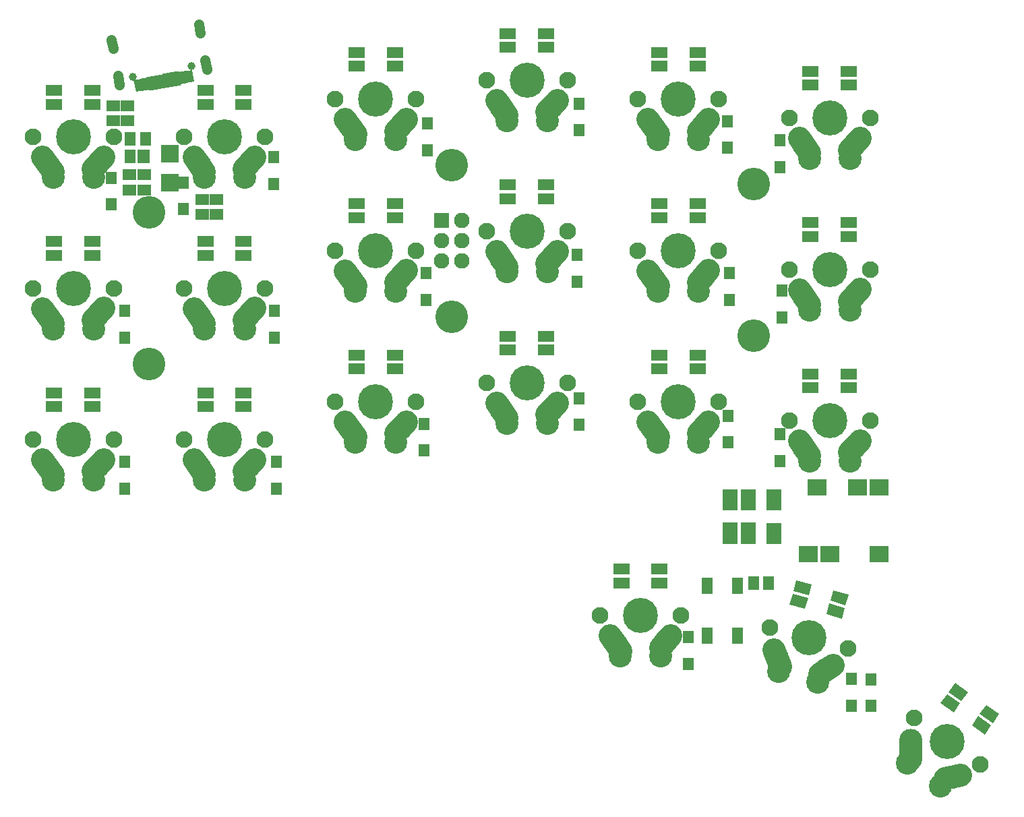
<source format=gbs>
G04 #@! TF.GenerationSoftware,KiCad,Pcbnew,(5.0.0)*
G04 #@! TF.CreationDate,2019-01-14T15:32:29+09:00*
G04 #@! TF.ProjectId,kp21,6B7032312E6B696361645F7063620000,rev?*
G04 #@! TF.SameCoordinates,Original*
G04 #@! TF.FileFunction,Soldermask,Bot*
G04 #@! TF.FilePolarity,Negative*
%FSLAX46Y46*%
G04 Gerber Fmt 4.6, Leading zero omitted, Abs format (unit mm)*
G04 Created by KiCad (PCBNEW (5.0.0)) date 01/14/19 15:32:29*
%MOMM*%
%LPD*%
G01*
G04 APERTURE LIST*
%ADD10C,2.900000*%
%ADD11C,2.900000*%
%ADD12C,2.100000*%
%ADD13C,4.400000*%
%ADD14O,2.900000X5.200000*%
%ADD15R,0.700000X0.600000*%
%ADD16C,0.700000*%
%ADD17C,0.100000*%
%ADD18C,1.000000*%
%ADD19C,1.300000*%
%ADD20C,1.300000*%
%ADD21C,1.950000*%
%ADD22R,1.950000X1.950000*%
%ADD23R,1.400000X2.100000*%
%ADD24R,1.700000X1.400000*%
%ADD25R,1.400000X1.700000*%
%ADD26R,2.200000X2.200000*%
%ADD27R,1.400000X1.800000*%
%ADD28R,1.600000X1.800000*%
%ADD29R,1.900000X1.400000*%
%ADD30R,2.000000X1.400000*%
%ADD31C,1.400000*%
%ADD32C,4.100000*%
%ADD33R,1.350000X1.500000*%
%ADD34R,2.400000X2.150000*%
G04 APERTURE END LIST*
D10*
G04 #@! TO.C,SW17*
X188660000Y-89020000D03*
D11*
X187990869Y-89763145D02*
X189329131Y-88276855D01*
D10*
X182340000Y-89230000D03*
D11*
X182999613Y-90172025D02*
X181680387Y-88287975D01*
D12*
X180420000Y-85750000D03*
X190580000Y-85750000D03*
D13*
X185500000Y-85750000D03*
D10*
X182960000Y-90830000D03*
X188040000Y-90830000D03*
G04 #@! TD*
G04 #@! TO.C,SW18*
X204091063Y-119383932D03*
D11*
X203252392Y-119928571D02*
X204929734Y-118839293D01*
D10*
X197932060Y-117951040D03*
D11*
X198325383Y-119031687D02*
X197538737Y-116870393D01*
D12*
X196978173Y-114092685D03*
X206791979Y-116722287D03*
D13*
X201885076Y-115407486D03*
D10*
X198116824Y-119656989D03*
X203023727Y-120971790D03*
G04 #@! TD*
G04 #@! TO.C,SW2*
X112660000Y-55770000D03*
D11*
X111990869Y-56513145D02*
X113329131Y-55026855D01*
D10*
X106340000Y-55980000D03*
D11*
X106999613Y-56922025D02*
X105680387Y-55037975D01*
D12*
X104420000Y-52500000D03*
X114580000Y-52500000D03*
D13*
X109500000Y-52500000D03*
D10*
X106960000Y-57580000D03*
X112040000Y-57580000D03*
G04 #@! TD*
G04 #@! TO.C,SW3*
X112660000Y-74770000D03*
D11*
X111990869Y-75513145D02*
X113329131Y-74026855D01*
D10*
X106340000Y-74980000D03*
D11*
X106999613Y-75922025D02*
X105680387Y-74037975D01*
D12*
X104420000Y-71500000D03*
X114580000Y-71500000D03*
D13*
X109500000Y-71500000D03*
D10*
X106960000Y-76580000D03*
X112040000Y-76580000D03*
G04 #@! TD*
G04 #@! TO.C,SW4*
X112660000Y-93770000D03*
D11*
X111990869Y-94513145D02*
X113329131Y-93026855D01*
D10*
X106340000Y-93980000D03*
D11*
X106999613Y-94922025D02*
X105680387Y-93037975D01*
D12*
X104420000Y-90500000D03*
X114580000Y-90500000D03*
D13*
X109500000Y-90500000D03*
D10*
X106960000Y-95580000D03*
X112040000Y-95580000D03*
G04 #@! TD*
G04 #@! TO.C,SW5*
X131660000Y-55770000D03*
D11*
X130990869Y-56513145D02*
X132329131Y-55026855D01*
D10*
X125340000Y-55980000D03*
D11*
X125999613Y-56922025D02*
X124680387Y-55037975D01*
D12*
X123420000Y-52500000D03*
X133580000Y-52500000D03*
D13*
X128500000Y-52500000D03*
D10*
X125960000Y-57580000D03*
X131040000Y-57580000D03*
G04 #@! TD*
G04 #@! TO.C,SW6*
X131660000Y-74770000D03*
D11*
X130990869Y-75513145D02*
X132329131Y-74026855D01*
D10*
X125340000Y-74980000D03*
D11*
X125999613Y-75922025D02*
X124680387Y-74037975D01*
D12*
X123420000Y-71500000D03*
X133580000Y-71500000D03*
D13*
X128500000Y-71500000D03*
D10*
X125960000Y-76580000D03*
X131040000Y-76580000D03*
G04 #@! TD*
G04 #@! TO.C,SW7*
X131660000Y-93770000D03*
D11*
X130990869Y-94513145D02*
X132329131Y-93026855D01*
D10*
X125340000Y-93980000D03*
D11*
X125999613Y-94922025D02*
X124680387Y-93037975D01*
D12*
X123420000Y-90500000D03*
X133580000Y-90500000D03*
D13*
X128500000Y-90500000D03*
D10*
X125960000Y-95580000D03*
X131040000Y-95580000D03*
G04 #@! TD*
G04 #@! TO.C,SW8*
X150660000Y-51020000D03*
D11*
X149990869Y-51763145D02*
X151329131Y-50276855D01*
D10*
X144340000Y-51230000D03*
D11*
X144999613Y-52172025D02*
X143680387Y-50287975D01*
D12*
X142420000Y-47750000D03*
X152580000Y-47750000D03*
D13*
X147500000Y-47750000D03*
D10*
X144960000Y-52830000D03*
X150040000Y-52830000D03*
G04 #@! TD*
G04 #@! TO.C,SW9*
X150660000Y-70020000D03*
D11*
X149990869Y-70763145D02*
X151329131Y-69276855D01*
D10*
X144340000Y-70230000D03*
D11*
X144999613Y-71172025D02*
X143680387Y-69287975D01*
D12*
X142420000Y-66750000D03*
X152580000Y-66750000D03*
D13*
X147500000Y-66750000D03*
D10*
X144960000Y-71830000D03*
X150040000Y-71830000D03*
G04 #@! TD*
G04 #@! TO.C,SW10*
X150660000Y-89020000D03*
D11*
X149990869Y-89763145D02*
X151329131Y-88276855D01*
D10*
X144340000Y-89230000D03*
D11*
X144999613Y-90172025D02*
X143680387Y-88287975D01*
D12*
X142420000Y-85750000D03*
X152580000Y-85750000D03*
D13*
X147500000Y-85750000D03*
D10*
X144960000Y-90830000D03*
X150040000Y-90830000D03*
G04 #@! TD*
G04 #@! TO.C,SW11*
X169660000Y-48645000D03*
D11*
X168990869Y-49388145D02*
X170329131Y-47901855D01*
D10*
X163340000Y-48855000D03*
D11*
X163999613Y-49797025D02*
X162680387Y-47912975D01*
D12*
X161420000Y-45375000D03*
X171580000Y-45375000D03*
D13*
X166500000Y-45375000D03*
D10*
X163960000Y-50455000D03*
X169040000Y-50455000D03*
G04 #@! TD*
G04 #@! TO.C,SW12*
X169660000Y-67645000D03*
D11*
X168990869Y-68388145D02*
X170329131Y-66901855D01*
D10*
X163340000Y-67855000D03*
D11*
X163999613Y-68797025D02*
X162680387Y-66912975D01*
D12*
X161420000Y-64375000D03*
X171580000Y-64375000D03*
D13*
X166500000Y-64375000D03*
D10*
X163960000Y-69455000D03*
X169040000Y-69455000D03*
G04 #@! TD*
G04 #@! TO.C,SW13*
X169660000Y-86645000D03*
D11*
X168990869Y-87388145D02*
X170329131Y-85901855D01*
D10*
X163340000Y-86855000D03*
D11*
X163999613Y-87797025D02*
X162680387Y-85912975D01*
D12*
X161420000Y-83375000D03*
X171580000Y-83375000D03*
D13*
X166500000Y-83375000D03*
D10*
X163960000Y-88455000D03*
X169040000Y-88455000D03*
G04 #@! TD*
G04 #@! TO.C,SW14*
X183910000Y-115895000D03*
D11*
X183240869Y-116638145D02*
X184579131Y-115151855D01*
D10*
X177590000Y-116105000D03*
D11*
X178249613Y-117047025D02*
X176930387Y-115162975D01*
D12*
X175670000Y-112625000D03*
X185830000Y-112625000D03*
D13*
X180750000Y-112625000D03*
D10*
X178210000Y-117705000D03*
X183290000Y-117705000D03*
G04 #@! TD*
G04 #@! TO.C,SW15*
X188660000Y-51020000D03*
D11*
X187990869Y-51763145D02*
X189329131Y-50276855D01*
D10*
X182340000Y-51230000D03*
D11*
X182999613Y-52172025D02*
X181680387Y-50287975D01*
D12*
X180420000Y-47750000D03*
X190580000Y-47750000D03*
D13*
X185500000Y-47750000D03*
D10*
X182960000Y-52830000D03*
X188040000Y-52830000D03*
G04 #@! TD*
G04 #@! TO.C,SW16*
X188660000Y-70020000D03*
D11*
X187990869Y-70763145D02*
X189329131Y-69276855D01*
D10*
X182340000Y-70230000D03*
D11*
X182999613Y-71172025D02*
X181680387Y-69287975D01*
D12*
X180420000Y-66750000D03*
X190580000Y-66750000D03*
D13*
X185500000Y-66750000D03*
D10*
X182960000Y-71830000D03*
X188040000Y-71830000D03*
G04 #@! TD*
G04 #@! TO.C,SW19*
X207660000Y-53395000D03*
D11*
X206990869Y-54138145D02*
X208329131Y-52651855D01*
D10*
X201340000Y-53605000D03*
D11*
X201999613Y-54547025D02*
X200680387Y-52662975D01*
D12*
X199420000Y-50125000D03*
X209580000Y-50125000D03*
D13*
X204500000Y-50125000D03*
D10*
X201960000Y-55205000D03*
X207040000Y-55205000D03*
G04 #@! TD*
G04 #@! TO.C,SW20*
X207660000Y-72395000D03*
D11*
X206990869Y-73138145D02*
X208329131Y-71651855D01*
D10*
X201340000Y-72605000D03*
D11*
X201999613Y-73547025D02*
X200680387Y-71662975D01*
D12*
X199420000Y-69125000D03*
X209580000Y-69125000D03*
D13*
X204500000Y-69125000D03*
D10*
X201960000Y-74205000D03*
X207040000Y-74205000D03*
G04 #@! TD*
G04 #@! TO.C,SW21*
X207660000Y-91395000D03*
D11*
X206990869Y-92138145D02*
X208329131Y-90651855D01*
D10*
X201340000Y-91605000D03*
D11*
X201999613Y-92547025D02*
X200680387Y-90662975D01*
D12*
X199420000Y-88125000D03*
X209580000Y-88125000D03*
D13*
X204500000Y-88125000D03*
D10*
X201960000Y-93205000D03*
X207040000Y-93205000D03*
G04 #@! TD*
G04 #@! TO.C,SW22*
X219965343Y-132886907D03*
D11*
X218990973Y-133111858D02*
X220939713Y-132661956D01*
D14*
X214667851Y-129433926D03*
D12*
X215091125Y-125482010D03*
X223413709Y-131309546D03*
D13*
X219252417Y-128395778D03*
D10*
X214258003Y-131100186D03*
X218419295Y-134013955D03*
G04 #@! TD*
D15*
G04 #@! TO.C,P1*
X120048933Y-44991389D03*
X119556529Y-45078213D03*
X120541337Y-44904565D03*
X121526144Y-44730917D03*
X122018548Y-44644093D03*
X122510952Y-44557269D03*
X119064125Y-45165037D03*
X121033740Y-44817741D03*
X120232976Y-46207912D03*
X120725380Y-46121088D03*
X121710187Y-45947440D03*
X122694995Y-45773792D03*
X119248168Y-46381560D03*
X122202591Y-45860616D03*
X121217784Y-46034264D03*
X119740572Y-46294736D03*
D16*
X120637414Y-45507034D03*
D17*
G36*
X120851861Y-44707651D02*
X121112333Y-46184863D01*
X120422967Y-46306417D01*
X120162495Y-44829205D01*
X120851861Y-44707651D01*
X120851861Y-44707651D01*
G37*
D16*
X121622222Y-45333386D03*
D17*
G36*
X121836669Y-44534003D02*
X122097141Y-46011215D01*
X121407775Y-46132769D01*
X121147303Y-44655557D01*
X121836669Y-44534003D01*
X121836669Y-44534003D01*
G37*
D18*
X124035001Y-44907948D03*
D17*
G36*
X124397169Y-44082518D02*
X124657641Y-45559730D01*
X123672833Y-45733378D01*
X123412361Y-44256166D01*
X124397169Y-44082518D01*
X124397169Y-44082518D01*
G37*
D16*
X122607029Y-45159738D03*
D17*
G36*
X122821476Y-44360355D02*
X123081948Y-45837567D01*
X122392582Y-45959121D01*
X122132110Y-44481909D01*
X122821476Y-44360355D01*
X122821476Y-44360355D01*
G37*
D16*
X119160202Y-45767506D03*
D17*
G36*
X119374649Y-44968123D02*
X119635121Y-46445335D01*
X118945755Y-46566889D01*
X118685283Y-45089677D01*
X119374649Y-44968123D01*
X119374649Y-44968123D01*
G37*
D16*
X122114626Y-45246562D03*
D17*
G36*
X122329073Y-44447179D02*
X122589545Y-45924391D01*
X121900179Y-46045945D01*
X121639707Y-44568733D01*
X122329073Y-44447179D01*
X122329073Y-44447179D01*
G37*
D16*
X121129818Y-45420210D03*
D17*
G36*
X121344265Y-44620827D02*
X121604737Y-46098039D01*
X120915371Y-46219593D01*
X120654899Y-44742381D01*
X121344265Y-44620827D01*
X121344265Y-44620827D01*
G37*
D16*
X120145010Y-45593858D03*
D17*
G36*
X120359457Y-44794475D02*
X120619929Y-46271687D01*
X119930563Y-46393241D01*
X119670091Y-44916029D01*
X120359457Y-44794475D01*
X120359457Y-44794475D01*
G37*
D16*
X119652606Y-45680682D03*
D17*
G36*
X119867053Y-44881299D02*
X120127525Y-46358511D01*
X119438159Y-46480065D01*
X119177687Y-45002853D01*
X119867053Y-44881299D01*
X119867053Y-44881299D01*
G37*
D18*
X123296395Y-45038184D03*
D17*
G36*
X123658563Y-44212754D02*
X123919035Y-45689966D01*
X122934227Y-45863614D01*
X122673755Y-44386402D01*
X123658563Y-44212754D01*
X123658563Y-44212754D01*
G37*
D18*
X117732231Y-46019296D03*
D17*
G36*
X118094399Y-45193866D02*
X118354871Y-46671078D01*
X117370063Y-46844726D01*
X117109591Y-45367514D01*
X118094399Y-45193866D01*
X118094399Y-45193866D01*
G37*
D18*
X118470837Y-45889060D03*
D17*
G36*
X118833005Y-45063630D02*
X119093477Y-46540842D01*
X118108669Y-46714490D01*
X117848197Y-45237278D01*
X118833005Y-45063630D01*
X118833005Y-45063630D01*
G37*
D19*
X125387597Y-38901824D03*
D20*
X125487445Y-39468088D02*
X125287749Y-38335560D01*
D19*
X114406991Y-40838003D03*
D20*
X114506839Y-41404267D02*
X114307143Y-40271739D01*
D19*
X115205773Y-45368118D03*
D20*
X115305621Y-45934382D02*
X115105925Y-44801854D01*
D19*
X126186379Y-43431941D03*
D20*
X126286227Y-43998205D02*
X126086531Y-42865677D01*
D18*
X124368267Y-43630672D03*
X116982209Y-44933033D03*
G04 #@! TD*
D21*
G04 #@! TO.C,J1*
X158270000Y-68040000D03*
X158270000Y-65500000D03*
X155730000Y-68040000D03*
X155730000Y-65500000D03*
X158270000Y-62960000D03*
D22*
X155730000Y-62960000D03*
G04 #@! TD*
D23*
G04 #@! TO.C,SW1*
X192900000Y-108850000D03*
X192900000Y-115150000D03*
X189100000Y-115150000D03*
X189100000Y-108850000D03*
G04 #@! TD*
D24*
G04 #@! TO.C,C10*
X125700000Y-62250000D03*
X125700000Y-60350000D03*
G04 #@! TD*
G04 #@! TO.C,C11*
X127500000Y-62250000D03*
X127500000Y-60350000D03*
G04 #@! TD*
G04 #@! TO.C,R1*
X116300000Y-48550000D03*
X116300000Y-50450000D03*
G04 #@! TD*
G04 #@! TO.C,R2*
X114500000Y-48550000D03*
X114500000Y-50450000D03*
G04 #@! TD*
D25*
G04 #@! TO.C,R3*
X194950000Y-108500000D03*
X196850000Y-108500000D03*
G04 #@! TD*
D24*
G04 #@! TO.C,R4*
X118400000Y-59150000D03*
X118400000Y-57250000D03*
G04 #@! TD*
G04 #@! TO.C,R5*
X116600000Y-59150000D03*
X116600000Y-57250000D03*
G04 #@! TD*
D26*
G04 #@! TO.C,F1*
X121680000Y-58200000D03*
X121680000Y-54600000D03*
G04 #@! TD*
D27*
G04 #@! TO.C,D1*
X116640000Y-52700000D03*
X118560000Y-52700000D03*
X116640000Y-54900000D03*
D28*
X118360000Y-54900000D03*
G04 #@! TD*
D29*
G04 #@! TO.C,JP1*
X194250000Y-97400000D03*
X194250000Y-98700000D03*
G04 #@! TD*
G04 #@! TO.C,JP2*
X192000000Y-97400000D03*
X192000000Y-98700000D03*
G04 #@! TD*
G04 #@! TO.C,JP3*
X197500000Y-98750000D03*
X197500000Y-97450000D03*
G04 #@! TD*
G04 #@! TO.C,JP4*
X197500000Y-101650000D03*
X197500000Y-102950000D03*
G04 #@! TD*
G04 #@! TO.C,JP5*
X194250000Y-101600000D03*
X194250000Y-102900000D03*
G04 #@! TD*
G04 #@! TO.C,JP6*
X192000000Y-102900000D03*
X192000000Y-101600000D03*
G04 #@! TD*
D30*
G04 #@! TO.C,U2*
X107100000Y-46625000D03*
X107100000Y-48375000D03*
X111900000Y-48375000D03*
X111900000Y-46625000D03*
G04 #@! TD*
G04 #@! TO.C,U3*
X111900000Y-67375000D03*
X111900000Y-65625000D03*
X107100000Y-65625000D03*
X107100000Y-67375000D03*
G04 #@! TD*
G04 #@! TO.C,U4*
X107100000Y-84625000D03*
X107100000Y-86375000D03*
X111900000Y-86375000D03*
X111900000Y-84625000D03*
G04 #@! TD*
G04 #@! TO.C,U5*
X126100000Y-46625000D03*
X126100000Y-48375000D03*
X130900000Y-48375000D03*
X130900000Y-46625000D03*
G04 #@! TD*
G04 #@! TO.C,U6*
X130900000Y-67375000D03*
X130900000Y-65625000D03*
X126100000Y-65625000D03*
X126100000Y-67375000D03*
G04 #@! TD*
G04 #@! TO.C,U7*
X126100000Y-84625000D03*
X126100000Y-86375000D03*
X130900000Y-86375000D03*
X130900000Y-84625000D03*
G04 #@! TD*
G04 #@! TO.C,U8*
X145100000Y-41875000D03*
X145100000Y-43625000D03*
X149900000Y-43625000D03*
X149900000Y-41875000D03*
G04 #@! TD*
G04 #@! TO.C,U9*
X149900000Y-62625000D03*
X149900000Y-60875000D03*
X145100000Y-60875000D03*
X145100000Y-62625000D03*
G04 #@! TD*
G04 #@! TO.C,U10*
X145100000Y-79875000D03*
X145100000Y-81625000D03*
X149900000Y-81625000D03*
X149900000Y-79875000D03*
G04 #@! TD*
G04 #@! TO.C,U11*
X164100000Y-39500000D03*
X164100000Y-41250000D03*
X168900000Y-41250000D03*
X168900000Y-39500000D03*
G04 #@! TD*
G04 #@! TO.C,U12*
X168900000Y-60250000D03*
X168900000Y-58500000D03*
X164100000Y-58500000D03*
X164100000Y-60250000D03*
G04 #@! TD*
G04 #@! TO.C,U13*
X164100000Y-77500000D03*
X164100000Y-79250000D03*
X168900000Y-79250000D03*
X168900000Y-77500000D03*
G04 #@! TD*
G04 #@! TO.C,U14*
X183150000Y-108500000D03*
X183150000Y-106750000D03*
X178350000Y-106750000D03*
X178350000Y-108500000D03*
G04 #@! TD*
G04 #@! TO.C,U15*
X183100000Y-41875000D03*
X183100000Y-43625000D03*
X187900000Y-43625000D03*
X187900000Y-41875000D03*
G04 #@! TD*
G04 #@! TO.C,U16*
X187900000Y-62625000D03*
X187900000Y-60875000D03*
X183100000Y-60875000D03*
X183100000Y-62625000D03*
G04 #@! TD*
G04 #@! TO.C,U17*
X183100000Y-79875000D03*
X183100000Y-81625000D03*
X187900000Y-81625000D03*
X187900000Y-79875000D03*
G04 #@! TD*
D31*
G04 #@! TO.C,U18*
X205270927Y-112044207D03*
D17*
G36*
X204123828Y-112461536D02*
X204486175Y-111109240D01*
X206418026Y-111626878D01*
X206055679Y-112979174D01*
X204123828Y-112461536D01*
X204123828Y-112461536D01*
G37*
D31*
X205723860Y-110353837D03*
D17*
G36*
X204576761Y-110771166D02*
X204939108Y-109418870D01*
X206870959Y-109936508D01*
X206508612Y-111288804D01*
X204576761Y-110771166D01*
X204576761Y-110771166D01*
G37*
D31*
X201087416Y-109111506D03*
D17*
G36*
X199940317Y-109528835D02*
X200302664Y-108176539D01*
X202234515Y-108694177D01*
X201872168Y-110046473D01*
X199940317Y-109528835D01*
X199940317Y-109528835D01*
G37*
D31*
X200634483Y-110801876D03*
D17*
G36*
X199487384Y-111219205D02*
X199849731Y-109866909D01*
X201781582Y-110384547D01*
X201419235Y-111736843D01*
X199487384Y-111219205D01*
X199487384Y-111219205D01*
G37*
G04 #@! TD*
D30*
G04 #@! TO.C,U19*
X202100000Y-44250000D03*
X202100000Y-46000000D03*
X206900000Y-46000000D03*
X206900000Y-44250000D03*
G04 #@! TD*
G04 #@! TO.C,U20*
X206900000Y-65000000D03*
X206900000Y-63250000D03*
X202100000Y-63250000D03*
X202100000Y-65000000D03*
G04 #@! TD*
G04 #@! TO.C,U21*
X202100000Y-82250000D03*
X202100000Y-84000000D03*
X206900000Y-84000000D03*
X206900000Y-82250000D03*
G04 #@! TD*
D31*
G04 #@! TO.C,U22*
X223584385Y-126393359D03*
D17*
G36*
X222363729Y-126393189D02*
X223166736Y-125246376D01*
X224805041Y-126393529D01*
X224002034Y-127540342D01*
X222363729Y-126393189D01*
X222363729Y-126393189D01*
G37*
D31*
X224588144Y-124959843D03*
D17*
G36*
X223367488Y-124959673D02*
X224170495Y-123812860D01*
X225808800Y-124960013D01*
X225005793Y-126106826D01*
X223367488Y-124959673D01*
X223367488Y-124959673D01*
G37*
D31*
X220656214Y-122206676D03*
D17*
G36*
X219435558Y-122206506D02*
X220238565Y-121059693D01*
X221876870Y-122206846D01*
X221073863Y-123353659D01*
X219435558Y-122206506D01*
X219435558Y-122206506D01*
G37*
D31*
X219652456Y-123640192D03*
D17*
G36*
X218431800Y-123640022D02*
X219234807Y-122493209D01*
X220873112Y-123640362D01*
X220070105Y-124787175D01*
X218431800Y-123640022D01*
X218431800Y-123640022D01*
G37*
G04 #@! TD*
D32*
G04 #@! TO.C,REF\002A\002A*
X195000000Y-77437500D03*
G04 #@! TD*
G04 #@! TO.C,REF\002A\002A*
X195000000Y-58437500D03*
G04 #@! TD*
G04 #@! TO.C,REF\002A\002A*
X157000000Y-56062500D03*
G04 #@! TD*
G04 #@! TO.C,REF\002A\002A*
X157000000Y-75062500D03*
G04 #@! TD*
G04 #@! TO.C,REF\002A\002A*
X119000000Y-81000000D03*
G04 #@! TD*
D33*
G04 #@! TO.C,D2*
X123300000Y-61575000D03*
X123300000Y-58225000D03*
G04 #@! TD*
G04 #@! TO.C,D3*
X114300000Y-57625000D03*
X114300000Y-60975000D03*
G04 #@! TD*
G04 #@! TO.C,D4*
X116000000Y-74325000D03*
X116000000Y-77675000D03*
G04 #@! TD*
G04 #@! TO.C,D5*
X116000000Y-93325000D03*
X116000000Y-96675000D03*
G04 #@! TD*
G04 #@! TO.C,D6*
X134700000Y-55025000D03*
X134700000Y-58375000D03*
G04 #@! TD*
G04 #@! TO.C,D7*
X134800000Y-74325000D03*
X134800000Y-77675000D03*
G04 #@! TD*
G04 #@! TO.C,D8*
X135000000Y-93325000D03*
X135000000Y-96675000D03*
G04 #@! TD*
G04 #@! TO.C,D9*
X154000000Y-50825000D03*
X154000000Y-54175000D03*
G04 #@! TD*
G04 #@! TO.C,D10*
X153800000Y-72975000D03*
X153800000Y-69625000D03*
G04 #@! TD*
G04 #@! TO.C,D11*
X153600000Y-91875000D03*
X153600000Y-88525000D03*
G04 #@! TD*
G04 #@! TO.C,D12*
X173000000Y-51675000D03*
X173000000Y-48325000D03*
G04 #@! TD*
G04 #@! TO.C,D13*
X172750000Y-70675000D03*
X172750000Y-67325000D03*
G04 #@! TD*
G04 #@! TO.C,D14*
X173000000Y-88675000D03*
X173000000Y-85325000D03*
G04 #@! TD*
G04 #@! TO.C,D15*
X186750000Y-115325000D03*
X186750000Y-118675000D03*
G04 #@! TD*
G04 #@! TO.C,D16*
X191700000Y-50525000D03*
X191700000Y-53875000D03*
G04 #@! TD*
G04 #@! TO.C,D17*
X191900000Y-72975000D03*
X191900000Y-69625000D03*
G04 #@! TD*
G04 #@! TO.C,D18*
X191750000Y-90875000D03*
X191750000Y-87525000D03*
G04 #@! TD*
G04 #@! TO.C,D19*
X207250000Y-123925000D03*
X207250000Y-120575000D03*
G04 #@! TD*
G04 #@! TO.C,D20*
X198300000Y-56275000D03*
X198300000Y-52925000D03*
G04 #@! TD*
G04 #@! TO.C,D21*
X198500000Y-71825000D03*
X198500000Y-75175000D03*
G04 #@! TD*
G04 #@! TO.C,D22*
X198250000Y-93175000D03*
X198250000Y-89825000D03*
G04 #@! TD*
G04 #@! TO.C,D23*
X209700000Y-120625000D03*
X209700000Y-123975000D03*
G04 #@! TD*
D34*
G04 #@! TO.C,J2*
X210750000Y-96500000D03*
X210750000Y-104850000D03*
X204500000Y-104850000D03*
X208000000Y-96500000D03*
X201800000Y-104850000D03*
X202950000Y-96500000D03*
G04 #@! TD*
D32*
G04 #@! TO.C,REF\002A\002A*
X119000000Y-62000000D03*
G04 #@! TD*
M02*

</source>
